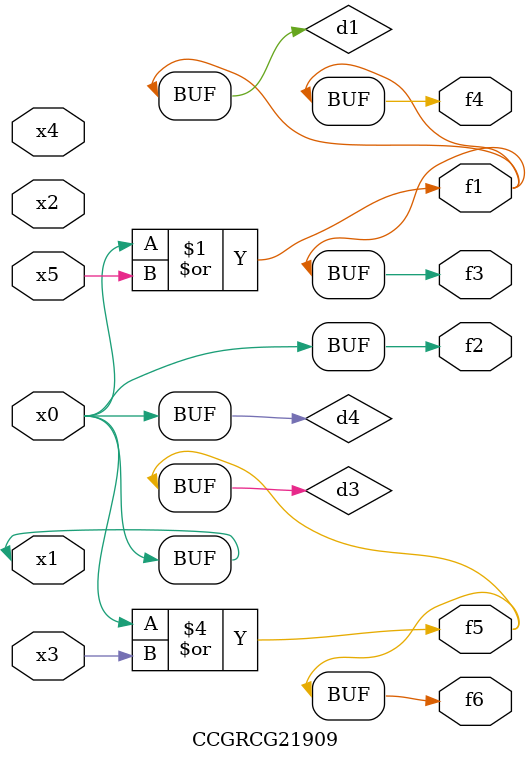
<source format=v>
module CCGRCG21909(
	input x0, x1, x2, x3, x4, x5,
	output f1, f2, f3, f4, f5, f6
);

	wire d1, d2, d3, d4;

	or (d1, x0, x5);
	xnor (d2, x1, x4);
	or (d3, x0, x3);
	buf (d4, x0, x1);
	assign f1 = d1;
	assign f2 = d4;
	assign f3 = d1;
	assign f4 = d1;
	assign f5 = d3;
	assign f6 = d3;
endmodule

</source>
